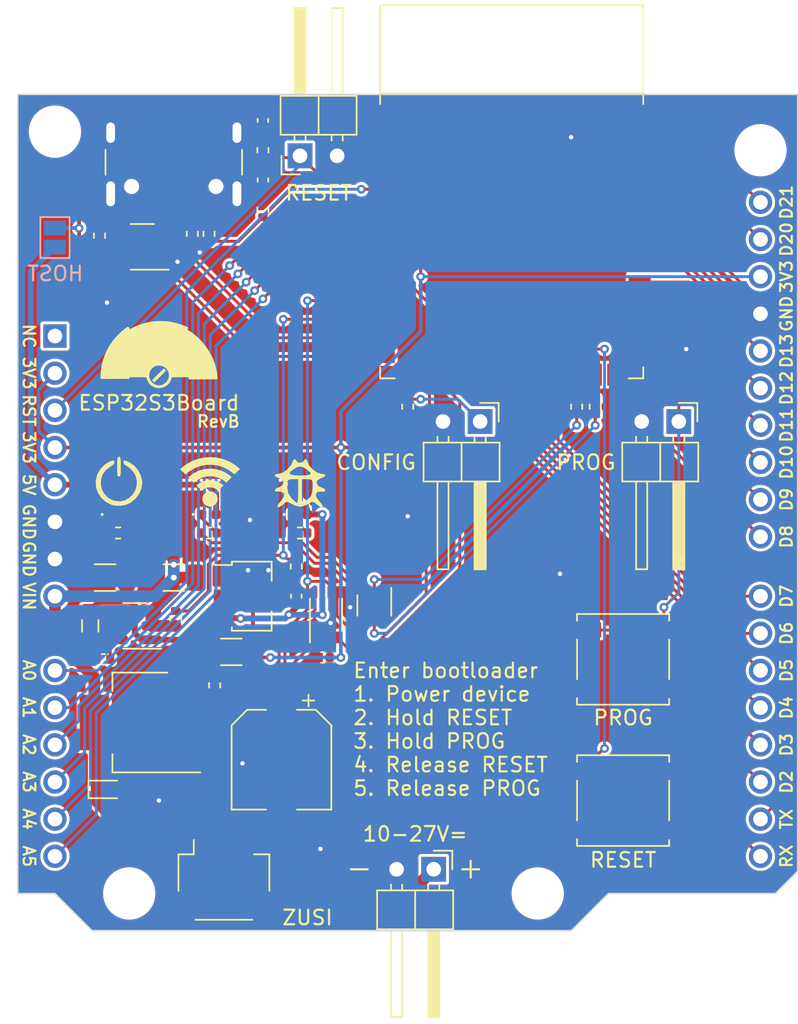
<source format=kicad_pcb>
(kicad_pcb (version 20240108) (generator "pcbnew") (generator_version "8.0")
  (title_block (title "OpenRemise ESP32S3Board") (rev "A"))
  (layers (0 "F.Cu" signal) (31 "B.Cu" signal) (34 "B.Paste" user) (35 "F.Paste" user) (36 "B.SilkS" user "B.Silkscreen") (37 "F.SilkS" user "F.Silkscreen") (38 "B.Mask" user) (39 "F.Mask" user) (44 "Edge.Cuts" user))
  (net 0 "")
  (net 1 "GND")
  (net 2 "+3V3")
  (net 3 "VIN")
  (net 4 "Net-(U2-SW)")
  (net 5 "D+")
  (net 6 "D-")
  (net 7 "Net-(U2-BST)")
  (net 8 "Net-(D2-K)")
  (net 10 "Net-(D1-TVS4)")
  (net 11 "VBUS_SEN")
  (net 12 "LED_GREEN")
  (net 13 "VIN_SEN")
  (net 14 "LED_BLUE")
  (net 15 "Net-(D5-K)")
  (net 16 "EN")
  (net 17 "Net-(D4-K)")
  (net 18 "JTAG_SEL")
  (net 19 "BOOT")
  (net 20 "U0RX")
  (net 21 "U0TX")
  (net 22 "ZUSI_EN")
  (net 23 "Net-(J2-CC1)")
  (net 24 "Net-(J2-CC2)")
  (net 25 "Net-(Q1A-B1)")
  (net 26 "D11")
  (net 27 "D20")
  (net 28 "D21")
  (net 29 "A0")
  (net 30 "A1")
  (net 31 "A2")
  (net 32 "A3")
  (net 33 "+5V")
  (net 35 "A4")
  (net 36 "A5")
  (net 37 "D2")
  (net 38 "D3")
  (net 39 "D4")
  (net 40 "D5")
  (net 41 "D6")
  (net 42 "D7")
  (net 43 "D8")
  (net 44 "D9")
  (net 45 "D10")
  (net 46 "D12")
  (net 47 "D13")
  (net 48 "Net-(Q1B-C2)")
  (net 49 "Net-(Q1B-B2)")
  (net 50 "Net-(Q1A-C1)")
  (net 54 "ZUSI_DATA")
  (net 55 "ZUSI_CLK")
  (net 56 "Net-(J7-Pin_2)")
  (net 57 "Net-(J7-Pin_3)")
  (net 58 "Net-(J7-Pin_4)")
  (footprint "Capacitor_SMD:C_0402_1005Metric" (layer "F.Cu") (at 94.234 40.386 -90)
    (property "Reference" "C2" (hide yes))
    (property "Value" "100n")
  )
  (footprint "Resistor_SMD:R_0402_1005Metric" (layer "F.Cu") (at 96.774 64.516 180)
    (property "Reference" "R14" (hide yes))
    (property "Value" "422")
  )
  (footprint "Connector_PinHeader_2.54mm:PinHeader_1x02_P2.54mm_Horizontal" (layer "F.Cu") (at 96.774 38.735 90)
    (property "Reference" "J4" (hide yes))
    (property "Value" "PROG")
  )
  (footprint "Diode_SMD:D_0402_1005Metric" (layer "F.Cu") (at 96.774 63.246)
    (property "Reference" "D5" (hide yes))
    (property "Value" "blue")
  )
  (footprint "Connector_PinHeader_2.54mm:PinHeader_1x02_P2.54mm_Horizontal" (layer "F.Cu") (at 105.918 87.503 -90)
    (property "Reference" "J3" (hide yes))
    (property "Value" "Power")
  )
  (footprint "Resistor_SMD:R_0402_1005Metric" (layer "F.Cu") (at 90.551 44.069 -90)
    (property "Reference" "R3" (hide yes))
    (property "Value" "10k")
  )
  (footprint "Capacitor_SMD:C_1206_3216Metric" (layer "F.Cu") (at 92.075 72.644 180)
    (property "Reference" "C9" (hide yes))
    (property "Value" "47u")
  )
  (footprint "Capacitor_SMD:C_0402_1005Metric" (layer "F.Cu") (at 83.312 73.152)
    (property "Reference" "C7" (hide yes))
    (property "Value" "100n")
  )
  (footprint "Resistor_SMD:R_0402_1005Metric" (layer "F.Cu") (at 89.408 44.069 -90)
    (property "Reference" "R2" (hide yes))
    (property "Value" "5k1")
  )
  (footprint "Connector_USB:USB_C_Receptacle_GCT_USB4105-xx-A_16P_TopMnt_Horizontal" (layer "F.Cu") (at 88.138 38.227 180)
    (property "Reference" "J2" (hide yes))
    (property "Value" "USB_C_Receptacle_USB2.0_14P")
  )
  (footprint "Package_TO_SOT_SMD:SOT-23-6" (layer "F.Cu") (at 85.979 44.958 180)
    (property "Reference" "D1" (hide yes))
    (property "Value" "ESDA6V1BC6")
  )
  (footprint "Capacitor_SMD:C_0402_1005Metric" (layer "F.Cu") (at 94.234 36.322 90)
    (property "Reference" "C1" (hide yes))
    (property "Value" "100n")
  )
  (footprint "Button_Switch_SMD:SW_SPST_EVPBF" (layer "F.Cu") (at 118.872 82.804)
    (property "Reference" "SW1" (hide yes))
    (property "Value" "RESET")
  )
  (footprint "Connector_PinHeader_2.54mm:PinHeader_1x02_P2.54mm_Horizontal" (layer "F.Cu") (at 109.093 56.896 -90)
    (property "Reference" "J6" (hide yes))
    (property "Value" "CONFIG")
  )
  (footprint "Resistor_SMD:R_0402_1005Metric" (layer "F.Cu") (at 90.551 64.516 180)
    (property "Reference" "R12" (hide yes))
    (property "Value" "562")
  )
  (footprint "Diode_SMD:D_SOD-523" (layer "F.Cu") (at 83.566 82.042)
    (property "Reference" "D3" (hide yes))
    (property "Value" "CEZ30V,L3F")
  )
  (footprint "Capacitor_SMD:C_0402_1005Metric" (layer "F.Cu") (at 96.52 68.834 90)
    (property "Reference" "C6" (hide yes))
    (property "Value" "100n")
  )
  (footprint "OpenRemise:Power_Symbol" (layer "F.Cu") (at 84.328 60.96)
    (property "Reference" "G***" (hide yes))
    (property "Value" "LOGO" (hide yes))
  )
  (footprint "Resistor_SMD:R_0402_1005Metric" (layer "F.Cu") (at 90.932 74.93 90)
    (property "Reference" "R10" (hide yes))
    (property "Value" "10k")
  )
  (footprint "Connector_JST:JST_SH_SM04B-SRSS-TB_1x04-1MP_P1.00mm_Horizontal" (layer "F.Cu") (at 91.567 88.265)
    (property "Reference" "J7" (hide yes))
    (property "Value" "ZUSI")
  )
  (footprint "Capacitor_SMD:CP_Elec_6.3x7.7" (layer "F.Cu") (at 95.504 80.01 -90)
    (property "Reference" "C3" (hide yes))
    (property "Value" "100u")
  )
  (footprint "Package_TO_SOT_SMD:SOT-223" (layer "F.Cu") (at 85.852 77.47 180)
    (property "Reference" "U4" (hide yes))
    (property "Value" "BTS4141N")
  )
  (footprint "Connector_PinHeader_2.54mm:PinHeader_1x02_P2.54mm_Horizontal" (layer "F.Cu") (at 122.682 56.896 -90)
    (property "Reference" "J5" (hide yes))
    (property "Value" "RESET")
  )
  (footprint "Package_SO:VSSOP-8_2.3x2mm_P0.5mm" (layer "F.Cu") (at 98.552 70.104 90)
    (property "Reference" "U3" (hide yes))
    (property "Value" "TXS0102DCU")
  )
  (footprint "Capacitor_SMD:C_0402_1005Metric" (layer "F.Cu") (at 98.326 73.025 180)
    (property "Reference" "C5" (hide yes))
    (property "Value" "100n")
  )
  (footprint "Resistor_SMD:R_0402_1005Metric" (layer "F.Cu") (at 83.058 44.196 -90)
    (property "Reference" "R1" (hide yes))
    (property "Value" "5k1")
  )
  (footprint "Package_TO_SOT_SMD:SOT-89-3" (layer "F.Cu") (at 93.472 68.834)
    (property "Reference" "U5" (hide yes))
    (property "Value" "AZ1117-3.3")
  )
  (footprint "Resistor_SMD:R_0402_1005Metric" (layer "F.Cu") (at 96.52 66.802 -90)
    (property "Reference" "R6" (hide yes))
    (property "Value" "470")
  )
  (footprint "Resistor_SMD:R_0402_1005Metric" (layer "F.Cu") (at 116.967 55.88 -90)
    (property "Reference" "R13" (hide yes))
    (property "Value" "3k3")
  )
  (footprint "Button_Switch_SMD:SW_SPST_EVPBF" (layer "F.Cu") (at 118.872 73.152)
    (property "Reference" "SW2" (hide yes))
    (property "Value" "PROG")
  )
  (footprint "Diode_SMD:D_0402_1005Metric" (layer "F.Cu") (at 84.328 63.246)
    (property "Reference" "D2" (hide yes))
    (property "Value" "red")
  )
  (footprint "OpenRemise:WiFi_Symbol" (layer "F.Cu") (at 90.678 60.96)
    (property "Reference" "G***" (hide yes))
    (property "Value" "LOGO" (hide yes))
  )
  (footprint "OpenRemise:Logo_Symbol" (layer "F.Cu") (at 87.122 52.324)
    (property "Reference" "G***" (hide yes))
    (property "Value" "LOGO" (hide yes))
  )
  (footprint "Package_TO_SOT_SMD:TSOT-23-6" (layer "F.Cu") (at 85.471 70.866 180)
    (property "Reference" "U2" (hide yes))
    (property "Value" "AP63205WU")
  )
  (footprint "Resistor_SMD:R_0402_1005Metric" (layer "F.Cu") (at 94.234 42.418 90)
    (property "Reference" "R4" (hide yes))
    (property "Value" "14k3")
  )
  (footprint "Package_TO_SOT_SMD:SOT-363_SC-70-6" (layer "F.Cu") (at 101.854 69.469 -90)
    (property "Reference" "Q1" (hide yes))
    (property "Value" "BC847BDW1")
  )
  (footprint "Capacitor_SMD:C_1206_3216Metric" (layer "F.Cu") (at 83.439 67.564 180)
    (property "Reference" "C8" (hide yes))
    (property "Value" "47u")
  )
  (footprint "Diode_SMD:D_0402_1005Metric" (layer "F.Cu") (at 90.551 63.246)
    (property "Reference" "D4" (hide yes))
    (property "Value" "green")
  )
  (footprint "Resistor_SMD:R_0402_1005Metric" (layer "F.Cu") (at 84.328 64.516 180)
    (property "Reference" "R9" (hide yes))
    (property "Value" "3k3")
  )
  (footprint "Resistor_SMD:R_0402_1005Metric" (layer "F.Cu") (at 94.234 38.354 -90)
    (property "Reference" "R8" (hide yes))
    (property "Value" "10k")
  )
  (footprint "Resistor_SMD:R_0402_1005Metric" (layer "F.Cu") (at 104.14 55.88 90)
    (property "Reference" "R7" (hide yes))
    (property "Value" "10k")
  )
  (footprint "Espressif:ESP32-S3-WROOM-2" (layer "F.Cu") (at 111.252 44.196)
    (property "Reference" "U1" (hide yes))
    (property "Value" "ESP32-S3-WROOM-2")
  )
  (footprint "Resistor_SMD:R_0402_1005Metric" (layer "F.Cu") (at 115.697 55.88 -90)
    (property "Reference" "R11" (hide yes))
    (property "Value" "3k3")
  )
  (footprint "OpenRemise:Debug_Symbol" (layer "F.Cu") (at 96.774 61.214)
    (property "Reference" "G***" (hide yes))
    (property "Value" "LOGO" (hide yes))
  )
  (footprint "Resistor_SMD:R_0402_1005Metric" (layer "F.Cu") (at 88.265 70.358 90)
    (property "Reference" "R5" (hide yes))
    (property "Value" "14k3")
  )
  (footprint "Inductor_SMD:L_0805_2012Metric" (layer "F.Cu") (at 82.423 70.866 90)
    (property "Reference" "L1" (hide yes))
    (property "Value" "4u7")
  )
  (footprint "Capacitor_SMD:C_1206_3216Metric" (layer "F.Cu") (at 88.138 67.564 180)
    (property "Reference" "C4" (hide yes))
    (property "Value" "4u7")
  )
  (footprint "Jumper:SolderJumper-2_P1.3mm_Open_Pad1.0x1.5mm" (layer "B.Cu") (at 80.01 44.323 -90)
    (property "Reference" "JP1" (hide yes))
    (property "Value" "SolderJumper_2_Open")
  )
  (footprint "OpenRemise:Arduino_UNO_R3_WithMountingHoles" (layer "B.Cu") (at 80.01 51.054 -90)
    (property "Reference" "J1" (hide yes))
    (property "Value" "Arduino_UNO_R3")
    (fp_line (start -16.51 2.54) (end 38.1 2.54) (stroke (width 0.1)) (layer "Edge.Cuts"))
    (fp_line (start -16.51 2.54) (end -16.51 -50.8) (stroke (width 0.1)) (layer "Edge.Cuts"))
    (fp_line (start 38.1 2.54) (end 38.1 0) (stroke (width 0.1)) (layer "Edge.Cuts"))
    (fp_line (start 38.1 0) (end 40.64 -2.54) (stroke (width 0.1)) (layer "Edge.Cuts"))
    (fp_line (start 40.64 -2.54) (end 40.64 -35.31) (stroke (width 0.1)) (layer "Edge.Cuts"))
    (fp_line (start 40.64 -35.31) (end 38.1 -37.85) (stroke (width 0.1)) (layer "Edge.Cuts"))
    (fp_line (start 38.1 -37.85) (end 38.1 -49.28) (stroke (width 0.1)) (layer "Edge.Cuts"))
    (fp_line (start 38.1 -49.28) (end 36.58 -50.8) (stroke (width 0.1)) (layer "Edge.Cuts"))
    (fp_line (start 36.58 -50.8) (end -16.51 -50.8) (stroke (width 0.1)) (layer "Edge.Cuts"))
  )
  (gr_text "HOST" (at 82.042 47.371 0) (layer "B.SilkS") (effects (font (size 1 1)) (justify left bottom mirror)))
  (gr_text "D6" (at 130.048 71.374 90) (layer "F.SilkS") (effects (font (size 0.8 0.8) (thickness 0.15) (bold yes))))
  (gr_text "10-27V=" (at 104.648 85.09 0) (layer "F.SilkS") (effects (font (size 1 1))))
  (gr_text "D12" (at 130.048 54.61 90) (layer "F.SilkS") (effects (font (size 0.8 0.8) (thickness 0.15) (bold yes))))
  (gr_text "GND" (at 78.232 66.294 270) (layer "F.SilkS") (effects (font (size 0.8 0.8))))
  (gr_text "RESET" (at 118.872 86.868 0) (layer "F.SilkS") (effects (font (size 1 1))))
  (gr_text "VIN" (at 78.232 68.834 270) (layer "F.SilkS") (effects (font (size 0.8 0.8))))
  (gr_text "Enter bootloader\n1. Power device\n2. Hold RESET\n3. Hold PROG\n4. Release RESET\n5. Release PROG" (at 100.33 82.55 0) (layer "F.SilkS") (effects (font (size 1 1)) (justify left bottom)))
  (gr_text "GND" (at 78.232 63.754 270) (layer "F.SilkS") (effects (font (size 0.8 0.8))))
  (gr_text "D10" (at 130.048 59.680906 90) (layer "F.SilkS") (effects (font (size 0.8 0.8) (thickness 0.15) (bold yes))))
  (gr_text "D8" (at 130.048 64.77 90) (layer "F.SilkS") (effects (font (size 0.8 0.8) (thickness 0.15) (bold yes))))
  (gr_text "PROG" (at 118.872 77.724 0) (layer "F.SilkS") (effects (font (size 1 1)) (justify bottom)))
  (gr_text "TX" (at 130.048 84.074 90) (layer "F.SilkS") (effects (font (size 0.8 0.8) (thickness 0.15) (bold yes))))
  (gr_text "+" (at 109.474 88.265 0) (layer "F.SilkS") (effects (font (size 1.5 1.5)) (justify left bottom mirror)))
  (gr_text "A0" (at 78.232 73.914 270) (layer "F.SilkS") (effects (font (size 0.8 0.8))))
  (gr_text "ESP32S3Board" (at 87.122 55.626 0) (layer "F.SilkS") (effects (font (size 1 1))))
  (gr_text "A3" (at 78.232 81.534 270) (layer "F.SilkS") (effects (font (size 0.8 0.8))))
  (gr_text "D11" (at 130.048 57.15 90) (layer "F.SilkS") (effects (font (size 0.8 0.8) (thickness 0.15) (bold yes))))
  (gr_text "A1" (at 78.232 76.454 270) (layer "F.SilkS") (effects (font (size 0.8 0.8))))
  (gr_text "3V3" (at 78.232 53.594 270) (layer "F.SilkS") (effects (font (size 0.8 0.8))))
  (gr_text "D13" (at 130.048 52.07 90) (layer "F.SilkS") (effects (font (size 0.8 0.8) (thickness 0.15) (bold yes))))
  (gr_text "A5" (at 78.232 86.614 270) (layer "F.SilkS") (effects (font (size 0.8 0.8) (thickness 0.15) (bold yes))))
  (gr_text "D9" (at 130.048 62.23 90) (layer "F.SilkS") (effects (font (size 0.8 0.8) (thickness 0.15) (bold yes))))
  (gr_text "D5" (at 130.048 73.914 90) (layer "F.SilkS") (effects (font (size 0.8 0.8) (thickness 0.15) (bold yes))))
  (gr_text "D21" (at 130.048 41.91 90) (layer "F.SilkS") (effects (font (size 0.8 0.8) (thickness 0.15) (bold yes))))
  (gr_text "D3" (at 130.048 78.994 90) (layer "F.SilkS") (effects (font (size 0.8 0.8) (thickness 0.15) (bold yes))))
  (gr_text "RESET" (at 98.044 41.275 0) (layer "F.SilkS") (effects (font (size 1 1))))
  (gr_text "D2" (at 130.048 81.534 90) (layer "F.SilkS") (effects (font (size 0.8 0.8) (thickness 0.15) (bold yes))))
  (gr_text "-" (at 101.854 88.265 0) (layer "F.SilkS") (effects (font (size 1.5 1.5)) (justify left bottom mirror)))
  (gr_text "RST" (at 78.232 56.134 270) (layer "F.SilkS") (effects (font (size 0.8 0.8))))
  (gr_text "3V3" (at 78.232 58.674 270) (layer "F.SilkS") (effects (font (size 0.8 0.8))))
  (gr_text "D7" (at 130.048 68.834 90) (layer "F.SilkS") (effects (font (size 0.8 0.8) (thickness 0.15) (bold yes))))
  (gr_text "3V3" (at 130.048 46.99 90) (layer "F.SilkS") (effects (font (size 0.8 0.8) (thickness 0.15) (bold yes))))
  (gr_text "CONFIG" (at 101.981 59.69 0) (layer "F.SilkS") (effects (font (size 1 1))))
  (gr_text "NC" (at 78.232 51.054 270) (layer "F.SilkS") (effects (font (size 0.8 0.8))))
  (gr_text "ZUSI" (at 97.282 90.805 0) (layer "F.SilkS") (effects (font (size 1 1))))
  (gr_text "GND" (at 130.048 49.53 90) (layer "F.SilkS") (effects (font (size 0.8 0.8) (thickness 0.15) (bold yes))))
  (gr_text "PROG" (at 116.332 59.69 0) (layer "F.SilkS") (effects (font (size 1 1))))
  (gr_text "A4" (at 78.232 84.074 270) (layer "F.SilkS") (effects (font (size 0.8 0.8))))
  (gr_text "RevB" (at 91.186 56.896 0) (layer "F.SilkS") (effects (font (size 0.8 0.8))))
  (gr_text "A2" (at 78.232 78.994 270) (layer "F.SilkS") (effects (font (size 0.8 0.8))))
  (gr_text "D4" (at 130.048 76.454 90) (layer "F.SilkS") (effects (font (size 0.8 0.8) (thickness 0.15) (bold yes))))
  (gr_text "5V" (at 78.232 61.214 270) (layer "F.SilkS") (effects (font (size 0.8 0.8))))
  (gr_text "D20" (at 130.048 44.45 90) (layer "F.SilkS") (effects (font (size 0.8 0.8) (thickness 0.15) (bold yes))))
  (gr_text "RX" (at 130.048 86.614 90) (layer "F.SilkS") (effects (font (size 0.8 0.8) (thickness 0.15) (bold yes))))
  (segment (start 84.3335 69.916) (end 83.650186 69.916) (width 0.2) (layer "F.Cu") (net 1))
  (segment (start 81.153 68.375) (end 81.964 67.564) (width 0.2) (layer "F.Cu") (net 1))
  (segment (start 98.302 70.997) (end 98.628396 70.670604) (width 0.2) (layer "F.Cu") (net 1))
  (segment (start 83.650186 69.916) (end 82.954186 70.612) (width 0.2) (layer "F.Cu") (net 1))
  (segment (start 83.058 44.706) (end 83.058 44.624924) (width 0.2) (layer "F.Cu") (net 1))
  (segment (start 81.891814 70.612) (end 81.153 69.873186) (width 0.2) (layer "F.Cu") (net 1))
  (segment (start 89.408 44.579) (end 89.408 44.831) (width 0.2) (layer "F.Cu") (net 1))
  (segment (start 83.058 44.624924) (end 82.438 44.004924) (width 0.2) (layer "F.Cu") (net 1))
  (segment (start 91.883 41.907) (end 92.458 41.332) (width 0.2) (layer "F.Cu") (net 1))
  (segment (start 82.954186 70.612) (end 81.891814 70.612) (width 0.2) (layer "F.Cu") (net 1))
  (segment (start 88.000775 44.958) (end 88.392 45.349225) (width 0.2) (layer "F.Cu") (net 1))
  (segment (start 84.393 41.907) (end 83.818 41.332) (width 0.2) (layer "F.Cu") (net 1))
  (segment (start 91.338 41.907) (end 91.883 41.907) (width 0.2) (layer "F.Cu") (net 1))
  (segment (start 84.938 41.907) (end 84.393 41.907) (width 0.2) (layer "F.Cu") (net 1))
  (segment (start 82.438 44.004924) (end 82.438 42.712) (width 0.2) (layer "F.Cu") (net 1))
  (segment (start 81.153 69.873186) (end 81.153 68.375) (width 0.2) (layer "F.Cu") (net 1))
  (segment (start 99.827 38.476) (end 99.314 38.989) (width 0.2) (layer "F.Cu") (net 1))
  (segment (start 88.392 45.349225) (end 88.392 45.974) (width 0.2) (layer "F.Cu") (net 1))
  (segment (start 98.628396 70.670604) (end 98.864565 70.670604) (width 0.2) (layer "F.Cu") (net 1))
  (segment (start 82.438 42.712) (end 83.818 41.332) (width 0.2) (layer "F.Cu") (net 1))
  (segment (start 89.408 44.831) (end 89.916 45.339) (width 0.2) (layer "F.Cu") (net 1))
  (segment (start 98.302 71.654) (end 98.302 70.997) (width 0.2) (layer "F.Cu") (net 1))
  (segment (start 87.1165 44.958) (end 88.000775 44.958) (width 0.2) (layer "F.Cu") (net 1))
  (via (at 93.218 67.056) (size 0.6) (drill 0.3) (layers "F.Cu" "B.Cu") (net 1))
  (via (at 88.392 45.974) (size 0.6) (drill 0.3) (layers "F.Cu" "B.Cu") (net 1))
  (via (at 104.14 63.373) (size 0.6) (drill 0.3) (layers "F.Cu" "B.Cu") (net 1))
  (via (at 123.19 51.943) (size 0.6) (drill 0.3) (layers "F.Cu" "B.Cu") (net 1))
  (via (at 114.554 67.31) (size 0.6) (drill 0.3) (layers "F.Cu" "B.Cu") (net 1))
  (via (at 93.345 63.627) (size 0.6) (drill 0.3) (layers "F.Cu" "B.Cu") (net 1))
  (via (at 98.864565 70.670604) (size 0.6) (drill 0.3) (layers "F.Cu" "B.Cu") (net 1))
  (via (at 98.171 86.106) (size 0.6) (drill 0.3) (layers "F.Cu" "B.Cu") (net 1))
  (via (at 94.615 67.056) (size 0.6) (drill 0.3) (layers "F.Cu" "B.Cu") (net 1))
  (via (at 92.837 80.264) (size 0.6) (drill 0.3) (layers "F.Cu" "B.Cu") (net 1))
  (via (at 83.566 48.768) (size 0.6) (drill 0.3) (layers "F.Cu" "B.Cu") (net 1))
  (via (at 100.203 69.596) (size 0.6) (drill 0.3) (layers "F.Cu" "B.Cu") (net 1))
  (via (at 89.916 45.339) (size 0.6) (drill 0.3) (layers "F.Cu" "B.Cu") (net 1))
  (via (at 115.316 37.465) (size 0.6) (drill 0.3) (layers "F.Cu" "B.Cu") (net 1))
  (via (at 87.122 82.804) (size 0.6) (drill 0.3) (layers "F.Cu" "B.Cu") (net 1))
  (segment (start 102.497 37.211) (end 102.502 37.206) (width 0.25) (layer "F.Cu") (net 2))
  (segment (start 101.856 58.674) (end 104.14 56.39) (width 0.25) (layer "F.Cu") (net 2))
  (segment (start 102.502 37.206) (end 94.638 37.206) (width 0.25) (layer "F.Cu") (net 2))
  (segment (start 105.029 38.783) (end 105.029 46.99) (width 0.2) (layer "F.Cu") (net 2))
  (segment (start 94.638 37.206) (end 94.234 36.802) (width 0.25) (layer "F.Cu") (net 2))
  (segment (start 94.742 73.025) (end 93.931 73.025) (width 0.25) (layer "F.Cu") (net 2))
  (segment (start 93.931 73.025) (end 93.55 72.644) (width 0.25) (layer "F.Cu") (net 2))
  (segment (start 98.802 71.654) (end 98.802 73.021) (width 0.25) (layer "F.Cu") (net 2))
  (segment (start 98.802 73.021) (end 98.806 73.025) (width 0.25) (layer "F.Cu") (net 2))
  (segment (start 94.234 37.844) (end 94.234 36.802) (width 0.25) (layer "F.Cu") (net 2))
  (segment (start 91.6095 68.834) (end 93.599 68.834) (width 0.25) (layer "F.Cu") (net 2))
  (segment (start 93.55 68.883) (end 93.55 72.644) (width 0.25) (layer "F.Cu") (net 2))
  (segment (start 80.01 58.674) (end 99.568 58.674) (width 0.25) (layer "F.Cu") (net 2))
  (segment (start 99.568 58.674) (end 101.856 58.674) (width 0.25) (layer "F.Cu") (net 2))
  (segment (start 102.502 37.206) (end 103.452 37.206) (width 0.2) (layer "F.Cu") (net 2))
  (segment (start 98.806 73.025) (end 99.568 73.025) (width 0.25) (layer "F.Cu") (net 2))
  (segment (start 103.452 37.206) (end 105.029 38.783) (width 0.2) (layer "F.Cu") (net 2))
  (segment (start 93.599 68.834) (end 93.55 68.883) (width 0.25) (layer "F.Cu") (net 2))
  (via (at 94.742 73.025) (size 0.6) (drill 0.3) (layers "F.Cu" "B.Cu") (net 2))
  (via (at 105.029 46.99) (size 0.6) (drill 0.3) (layers "F.Cu" "B.Cu") (net 2))
  (via (at 99.568 58.674) (size 0.6) (drill 0.3) (layers "F.Cu" "B.Cu") (net 2))
  (via (at 99.568 73.025) (size 0.6) (drill 0.3) (layers "F.Cu" "B.Cu") (net 2))
  (segment (start 99.568 56.197) (end 99.568 58.674) (width 0.25) (layer "B.Cu") (net 2))
  (segment (start 99.568 73.025) (end 99.568 58.674) (width 0.25) (layer "B.Cu") (net 2))
  (segment (start 105.029 50.736) (end 99.568 56.197) (width 0.25) (layer "B.Cu") (net 2))
  (segment (start 128.27 46.994) (end 105.033 46.994) (width 0.2) (layer "B.Cu") (net 2))
  (segment (start 80.01 53.594) (end 78.885 54.719) (width 0.25) (layer "B.Cu") (net 2))
  (segment (start 99.568 73.025) (end 94.742 73.025) (width 0.25) (layer "B.Cu") (net 2))
  (segment (start 78.885 57.549) (end 80.01 58.674) (width 0.25) (layer "B.Cu") (net 2))
  (segment (start 105.033 46.994) (end 105.029 46.99) (width 0.2) (layer "B.Cu") (net 2))
  (segment (start 105.029 50.736) (end 105.029 46.99) (width 0.25) (layer "B.Cu") (net 2))
  (segment (start 78.885 54.719) (end 78.885 57.549) (width 0.25) (layer "B.Cu") (net 2))
  (segment (start 88.64 88.64) (end 82.866 82.866) (width 0.8) (layer "F.Cu") (net 3))
  (segment (start 94.104 87.754) (end 93.218 88.64) (width 0.8) (layer "F.Cu") (net 3))
  (segment (start 85.107999 63.246) (end 88.138 66.276001) (width 0.8) (layer "F.Cu") (net 3))
  (segment (start 93.218 88.64) (end 88.64 88.64) (width 0.8) (layer "F.Cu") (net 3))
  (segment (start 86.6085 70.866) (end 88.263 70.866) (width 0.8) (layer "F.Cu") (net 3))
  (segment (start 82.702 74.382398) (end 80.01 71.690398) (width 0.8) (layer "F.Cu") (net 3))
  (segment (start 95.38901 88.953) (end 95.07601 88.64) (width 0.8) (layer "F.Cu") (net 3))
  (segment (start 86.6085 70.866) (end 86.6085 69.916) (width 0.8) (layer "F.Cu") (net 3))
  (segment (start 104.468 88.953) (end 95.38901 88.953) (width 0.8) (layer "F.Cu") (net 3))
  (segment (start 88.138 68.3865) (end 88.138 67.564) (width 0.8) (layer "F.Cu") (net 3))
  (segment (start 82.702 77.47) (end 82.702 74.382398) (width 0.8) (layer "F.Cu") (net 3))
  (segment (start 82.866 82.866) (end 82.866 82.042) (width 0.8) (layer "F.Cu") (net 3))
  (segment (start 88.263 70.866) (end 88.265 70.868) (width 0.8) (layer "F.Cu") (net 3))
  (segment (start 88.138 67.564) (end 89.613 67.564) (width 0.8) (layer "F.Cu") (net 3))
  (segment (start 95.07601 88.64) (end 93.218 88.64) (width 0.8) (layer "F.Cu") (net 3))
  (segment (start 95.504 77.31) (end 94.104 78.71) (width 0.8) (layer "F.Cu") (net 3))
  (segment (start 94.104 78.71) (end 94.104 87.754) (width 0.8) (layer "F.Cu") (net 3))
  (segment (start 82.866 77.634) (end 82.702 77.47) (width 0.8) (layer "F.Cu") (net 3))
  (segment (start 82.866 82.042) (end 82.866 77.634) (width 0.8) (layer "F.Cu") (net 3))
  (segment (start 84.813 63.246) (end 85.107999 63.246) (width 0.8) (layer "F.Cu") (net 3))
  (segment (start 105.918 87.503) (end 104.468 88.953) (width 0.8) (layer "F.Cu") (net 3))
  (segment (start 86.6085 69.916) (end 88.138 68.3865) (width 0.8) (layer "F.Cu") (net 3))
  (segment (start 88.138 66.276001) (end 88.138 67.564) (width 0.8) (layer "F.Cu") (net 3))
  (segment (start 80.01 71.690398) (end 80.01 68.834) (width 0.8) (layer "F.Cu") (net 3))
  (via (at 88.138 66.675) (size 0.8) (drill 0.4) (layers "F.Cu" "B.Cu") (net 3))
  (via (at 88.138 67.564) (size 0.8) (drill 0.4) (layers "F.Cu" "B.Cu") (net 3))
  (segment (start 88.138 67.564) (end 88.138 66.675) (width 0.8) (layer "B.Cu") (net 3))
  (segment (start 86.868 68.834) (end 88.138 67.564) (width 0.8) (layer "B.Cu") (net 3))
  (segment (start 80.01 68.834) (end 86.868 68.834) (width 0.8) (layer "B.Cu") (net 3))
  (segment (start 82.832 72.3375) (end 82.423 71.9285) (width 0.2) (layer "F.Cu") (net 4))
  (segment (start 82.423 71.9285) (end 83.4855 70.866) (width 0.2) (layer "F.Cu") (net 4))
  (segment (start 83.4855 70.866) (end 84.3335 70.866) (width 0.2) (layer "F.Cu") (net 4))
  (segment (start 82.832 73.152) (end 82.832 72.3375) (width 0.2) (layer "F.Cu") (net 4))
  (segment (start 86.106 43.688) (end 87.012 42.782) (width 0.2) (layer "F.Cu") (net 5))
  (segment (start 88.388 42.51441) (end 88.388 41.907) (width 0.2) (layer "F.Cu") (net 5))
  (segment (start 87.388 41.907) (end 87.388 42.51441) (width 0.2) (layer "F.Cu") (net 5))
  (segment (start 102.502 52.446) (end 93.6545 52.446) (width 0.2) (layer "F.Cu") (net 5))
  (segment (start 86.454001 45.908) (end 86.106 45.559999) (width 0.2) (layer "F.Cu") (net 5))
  (segment (start 86.106 45.559999) (end 86.106 43.688) (width 0.2) (layer "F.Cu") (net 5))
  (segment (start 87.012 42.782) (end 87.65559 42.782) (width 0.2) (layer "F.Cu") (net 5))
  (segment (start 93.6545 52.446) (end 87.1165 45.908) (width 0.2) (layer "F.Cu") (net 5))
  (segment (start 88.12041 42.782) (end 88.388 42.51441) (width 0.2) (layer "F.Cu") (net 5))
  (segment (start 87.65559 42.782) (end 88.12041 42.782) (width 0.2) (layer "F.Cu") (net 5))
  (segment (start 87.388 42.51441) (end 87.65559 42.782) (width 0.2) (layer "F.Cu") (net 5))
  (segment (start 87.1165 45.908) (end 86.454001 45.908) (width 0.2) (layer "F.Cu") (net 5))
  (segment (start 88.473 44.008) (end 88.788 44.323) (width 0.2) (layer "F.Cu") (net 6))
  (segment (start 88.788 43.240076) (end 88.788 44.323) (width 0.2) (layer "F.Cu") (net 6))
  (segment (start 87.1165 44.008) (end 88.473 44.008) (width 0.2) (layer "F.Cu") (net 6))
  (segment (start 88.888 41.29959) (end 88.888 41.907) (width 0.2) (layer "F.Cu") (net 6))
  (segment (start 88.15559 41.032) (end 88.62041 41.032) (width 0.2) (layer "F.Cu") (net 6))
  (segment (start 87.888 41.29959) (end 88.15559 41.032) (width 0.2) (layer "F.Cu") (net 6))
  (segment (start 88.788 44.323) (end 88.788 45.059529) (width 0.2) (layer "F.Cu") (net 6))
  (segment (start 87.888 41.907) (end 87.888 41.29959) (width 0.2) (layer "F.Cu") (net 6))
  (segment (start 88.888 41.907) (end 88.888 43.140076) (width 0.2) (layer "F.Cu") (net 6))
  (segment (start 88.62041 41.032) (end 88.888 41.29959) (width 0.2) (layer "F.Cu") (net 6))
  (segment (start 88.788 45.059529) (end 94.904471 51.176) (width 0.2) (layer "F.Cu") (net 6))
  (segment (start 88.888 43.140076) (end 88.788 43.240076) (width 0.2) (layer "F.Cu") (net 6))
  (segment (start 94.904471 51.176) (end 102.502 51.176) (width 0.2) (layer "F.Cu") (net 6))
  (segment (start 83.792 73.152) (end 83.792 72.3575) (width 0.2) (layer "F.Cu") (net 7))
  (segment (start 83.792 72.3575) (end 84.3335 71.816) (width 0.2) (layer "F.Cu") (net 7))
  (segment (start 83.843 63.521) (end 84.838 64.516) (width 0.2) (layer "F.Cu") (net 8))
  (segment (start 83.843 63.246) (end 83.843 63.521) (width 0.2) (layer "F.Cu") (net 8))
  (segment (start 90.538 41.907) (end 90.538 41.332001) (width 0.25) (layer "F.Cu") (net 10))
  (segment (start 89.083999 39.878) (end 85.598 39.878) (width 0.25) (layer "F.Cu") (net 10))
  (segment (start 81.661 43.688) (end 81.661 41.772274) (width 0.25) (layer "F.Cu") (net 10))
  (segment (start 85.229908 45.908) (end 84.8415 45.908) (width 0.25) (layer "F.Cu") (net 10))
  (segment (start 81.661 43.688) (end 81.661 44.831) (width 0.25) (layer "F.Cu") (net 10))
  (segment (start 84.8415 45.908) (end 82.738 45.908) (width 0.25) (layer "F.Cu") (net 10))
  (segment (start 83.555274 39.878) (end 85.598 39.878) (width 0.25) (layer "F.Cu") (net 10))
  (segment (start 85.738 41.331949) (end 85.948 41.121949) (width 0.25) (layer "F.Cu") (net 10))
  (segment (start 90.538 41.907) (end 90.538 43.546) (width 0.25) (layer "F.Cu") (net 10))
  (segment (start 81.661 41.772274) (end 83.555274 39.878) (width 0.25) (layer "F.Cu") (net 10))
  (segment (start 85.738 41.907) (end 85.738 41.331949) (width 0.25) (layer "F.Cu") (net 10))
  (segment (start 82.738 45.908) (end 81.661 44.831) (width 0.25) (layer "F.Cu") (net 10))
  (segment (start 85.948 40.228) (end 85.598 39.878) (width 0.25) (layer "F.Cu") (net 10))
  (segment (start 85.948 41.121949) (end 85.948 40.228) (width 0.25) (layer "F.Cu") (net 10))
  (segment (start 90.538 41.332001) (end 89.083999 39.878) (width 0.25) (layer "F.Cu") (net 10))
  (segment (start 90.534 43.542) (end 90.551 43.559) (width 0.25) (layer "F.Cu") (net 10))
  (segment (start 90.538 43.546) (end 90.551 43.559) (width 0.25) (layer "F.Cu") (net 10))
  (via (at 81.661 43.688) (size 0.6) (drill 0.3) (layers "F.Cu" "B.Cu") (net 10))
  (segment (start 81.646 43.673) (end 81.661 43.688) (width 0.25) (layer "B.Cu") (net 10))
  (segment (start 80.01 43.673) (end 81.646 43.673) (width 0.25) (layer "B.Cu") (net 10))
  (segment (start 101.478 39.746) (end 102.502 39.746) (width 0.2) (layer "F.Cu") (net 11))
  (segment (start 94.234 42.928) (end 96.741 40.421) (width 0.2) (layer "F.Cu") (net 11))
  (segment (start 100.803 40.421) (end 101.478 39.746) (width 0.2) (layer "F.Cu") (net 11))
  (segment (start 96.741 40.421) (end 100.803 40.421) (width 0.2) (layer "F.Cu") (net 11))
  (segment (start 90.551 44.579) (end 92.583 44.579) (width 0.2) (layer "F.Cu") (net 11))
  (segment (start 92.583 44.579) (end 94.234 42.928) (width 0.2) (layer "F.Cu") (net 11))
  (segment (start 115.697 53.696) (end 115.697 55.37) (width 0.2) (layer "F.Cu") (net 12))
  (segment (start 95.631 49.911) (end 95.636 49.906) (width 0.2) (layer "F.Cu") (net 13))
  (segment (start 95.636 49.906) (end 102.502 49.906) (width 0.2) (layer "F.Cu") (net 13))
  (segment (start 90.488 66.668) (end 91.116 66.04) (width 0.2) (layer "F.Cu") (net 13))
  (segment (start 96.52 66.292) (end 95.883 66.292) (width 0.2) (layer "F.Cu") (net 13))
  (segment (start 88.265 69.848) (end 89.154 69.848) (width 0.2) (layer "F.Cu") (net 13))
  (segment (start 90.488 68.514) (end 90.488 66.668) (width 0.2) (layer "F.Cu") (net 13))
  (segment (start 95.883 66.292) (end 95.631 66.04) (width 0.2) (layer "F.Cu") (net 13))
  (segment (start 89.154 69.848) (end 90.488 68.514) (width 0.2) (layer "F.Cu") (net 13))
  (segment (start 91.116 66.04) (end 95.631 66.04) (width 0.2) (layer "F.Cu") (net 13))
  (segment (start 102.497 49.911) (end 102.502 49.906) (width 0.2) (layer "F.Cu") (net 13))
  (via (at 95.631 49.911) (size 0.6) (drill 0.3) (layers "F.Cu" "B.Cu") (net 13))
  (via (at 95.631 66.04) (size 0.6) (drill 0.3) (layers "F.Cu" "B.Cu") (net 13))
  (segment (start 95.631 55.118) (end 95.631 49.911) (width 0.2) (layer "B.Cu") (net 13))
  (segment (start 95.631 66.04) (end 95.631 55.118) (width 0.2) (layer "B.Cu") (net 13))
  (segment (start 116.967 53.696) (end 116.967 55.37) (width 0.2) (layer "F.Cu") (net 14))
  (segment (start 96.289 63.246) (end 96.289 63.521) (width 0.2) (layer "F.Cu") (net 15))
  (segment (start 96.289 63.521) (end 97.284 64.516) (width 0.2) (layer "F.Cu") (net 15))
  (segment (start 117.548 79.248) (end 115.992 80.804) (width 0.2) (layer "F.Cu") (net 16))
  (segment (start 103.452 38.476) (end 104.429 39.453) (width 0.2) (layer "F.Cu") (net 16))
  (segment (start 94.234 38.864) (end 96.645 38.864) (width 0.2) (layer "F.Cu") (net 16))
  (segment (start 102.502 38.476) (end 103.452 38.476) (width 0.2) (layer "F.Cu") (net 16))
  (segment (start 108.712 51.943) (end 117.602 51.943) (width 0.2) (layer "F.Cu") (net 16))
  (segment (start 94.234 39.906) (end 94.234 38.864) (width 0.2) (layer "F.Cu") (net 16))
  (segment (start 101.478 38.476) (end 102.502 38.476) (width 0.2) (layer "F.Cu") (net 16))
  (segment (start 117.602 79.248) (end 117.548 79.248) (width 0.2) (layer "F.Cu") (net 16))
  (segment (start 115.992 80.804) (end 121.752 80.804) (width 0.2) (layer "F.Cu") (net 16))
  (segment (start 96.264 39.245) (end 96.774 38.735) (width 0.2) (layer "F.Cu") (net 16))
  (segment (start 104.429 47.66) (end 108.712 51.943) (width 0.2) (layer "F.Cu") (net 16))
  (segment (start 104.429 39.453) (end 104.429 47.66) (width 0.2) (layer "F.Cu") (net 16))
  (segment (start 100.069 39.885) (end 101.478 38.476) (width 0.2) (layer "F.Cu") (net 16))
  (segment (start 96.645 38.864) (end 96.774 38.735) (width 0.2) (layer "F.Cu") (net 16))
  (segment (start 96.774 38.735) (end 97.924 39.885) (width 0.2) (layer "F.Cu") (net 16))
  (segment (start 97.924 39.885) (end 100.069 39.885) (width 0.2) (layer "F.Cu") (net 16))
  (via (at 117.602 51.943) (size 0.6) (drill 0.3) (layers "F.Cu" "B.Cu") (net 16))
  (via (at 117.602 79.248) (size 0.6) (drill 0.3) (layers "F.Cu" "B.Cu") (net 16))
  (segment (start 117.602 51.943) (end 117.602 79.248) (width 0.2) (layer "B.Cu") (net 16))
  (segment (start 96.774 39.37) (end 96.774 38.735) (width 0.2) (layer "B.Cu") (net 16))
  (segment (start 80.01 56.134) (end 96.774 39.37) (width 0.2) (layer "B.Cu") (net 16))
  (segment (start 90.066 63.246) (end 90.066 63.521) (width 0.2) (layer "F.Cu") (net 17))
  (segment (start 90.066 63.521) (end 91.061 64.516) (width 0.2) (layer "F.Cu") (net 17))
  (segment (start 104.267 55.243) (end 104.14 55.37) (width 0.2) (layer "F.Cu") (net 18))
  (segment (start 105.027 55.37) (end 105.029 55.372) (width 0.2) (layer "F.Cu") (net 18))
  (segment (start 104.267 53.696) (end 104.267 55.243) (width 0.2) (layer "F.Cu") (net 18))
  (segment (start 104.14 55.37) (end 105.027 55.37) (width 0.2) (layer "F.Cu") (net 18))
  (via (at 105.029 55.372) (size 0.6) (drill 0.3) (layers "F.Cu" "B.Cu") (net 18))
  (segment (start 105.029 55.372) (end 107.569 55.372) (width 0.2) (layer "B.Cu") (net 18))
  (segment (start 107.569 55.372) (end 109.093 56.896) (width 0.2) (layer "B.Cu") (net 18))
  (segment (start 115.992 71.152) (end 121.752 71.152) (width 0.2) (layer "F.Cu") (net 19))
  (segment (start 121.666 71.066) (end 121.752 71.152) (width 0.2) (layer "F.Cu") (net 19))
  (segment (start 121.666 69.596) (end 121.666 71.066) (width 0.2) (layer "F.Cu") (net 19))
  (segment (start 122.682 55.126) (end 122.682 56.896) (width 0.2) (layer "F.Cu") (net 19))
  (segment (start 120.002 52.446) (end 122.682 55.126) (width 0.2) (layer "F.Cu") (net 19))
  (via (at 121.666 69.596) (size 0.6) (drill 0.3) (layers "F.Cu" "B.Cu") (net 19))
  (segment (start 122.682 68.58) (end 122.682 56.896) (width 0.2) (layer "B.Cu") (net 19))
  (segment (start 121.666 69.596) (end 122.682 68.58) (width 0.2) (layer "B.Cu") (net 19))
  (segment (start 128.551635 48.26) (end 129.413 49.121365) (width 0.2) (layer "F.Cu") (net 20))
  (segment (start 127.776 48.26) (end 128.551635 48.26) (width 0.2) (layer "F.Cu") (net 20))
  (segment (start 120.002 41.016) (end 120.532 41.016) (width 0.2) (layer "F.Cu") (net 20))
  (segment (start 120.532 41.016) (end 127.776 48.26) (width 0.2) (layer "F.Cu") (net 20))
  (segment (start 129.413 49.121365) (end 129.413 82.286635) (width 0.2) (layer "F.Cu") (net 20))
  (segment (start 120.645 41.016) (end 120.002 41.016) (width 0.2) (layer "F.Cu") (net 20))
  (segment (start 128.725635 82.974) (end 127.814365 82.974) (width 0.2) (layer "F.Cu") (net 20))
  (segment (start 127.127 83.661365) (end 127.127 85.471) (width 0.2) (layer "F.Cu") (net 20))
  (segment (start 127.814365 82.974) (end 127.127 83.661365) (width 0.2) (layer "F.Cu") (net 20))
  (segment (start 127.127 85.471) (end 128.27 86.614) (width 0.2) (layer "F.Cu") (net 20))
  (segment (start 129.413 82.286635) (end 128.725635 82.974) (width 0.2) (layer "F.Cu") (net 20))
  (segment (start 129.813 82.531) (end 128.27 84.074) (width 0.2) (layer "F.Cu") (net 21))
  (segment (start 128.905 45.72) (end 129.813 46.628) (width 0.2) (layer "F.Cu") (net 21))
  (segment (start 126.926 45.72) (end 128.905 45.72) (width 0.2) (layer "F.Cu") (net 21))
  (segment (start 120.002 39.746) (end 120.952 39.746) (width 0.2) (layer "F.Cu") (net 21))
  (segment (start 129.813 46.628) (end 129.813 82.531) (width 0.2) (layer "F.Cu") (net 21))
  (segment (start 120.952 39.746) (end 126.926 45.72) (width 0.2) (layer "F.Cu") (net 21))
  (segment (start 102.502 48.636) (end 97.287 48.636) (width 0.2) (layer "F.Cu") (net 22))
  (segment (start 98.552 67.818) (end 98.802 68.068) (width 0.2) (layer "F.Cu") (net 22))
  (segment (start 93.175529 75.44) (end 95.342 73.273529) (width 0.2) (layer "F.Cu") (net 22))
  (segment (start 95.342 71.663) (end 97.282 69.723) (width 0.2) (layer "F.Cu") (net 22))
  (segment (start 97.536 67.818) (end 97.282 67.818) (width 0.2) (layer "F.Cu") (net 22))
  (segment (start 98.802 68.068) (end 98.802 68.554) (width 0.2) (layer "F.Cu") (net 22))
  (segment (start 90.932 75.44) (end 89.272 75.44) (width 0.2) (layer "F.Cu") (net 22))
  (segment (start 97.287 48.636) (end 97.282 48.641) (width 0.2) (layer "F.Cu") (net 22))
  (segment (start 97.536 67.818) (end 98.552 67.818) (width 0.2) (layer "F.Cu") (net 22))
  (segment (start 89.272 75.44) (end 89.002 75.17) (width 0.2) (layer "F.Cu") (net 22))
  (segment (start 95.342 73.273529) (end 95.342 71.663) (width 0.2) (layer "F.Cu") (net 22))
  (segment (start 90.932 75.44) (end 93.175529 75.44) (width 0.2) (layer "F.Cu") (net 22))
  (segment (start 97.282 69.723) (end 97.282 67.818) (width 0.2) (layer "F.Cu") (net 22))
  (via (at 97.282 67.818) (size 0.6) (drill 0.3) (layers "F.Cu" "B.Cu") (net 22))
  (via (at 97.282 48.641) (size 0.6) (drill 0.3) (layers "F.Cu" "B.Cu") (net 22))
  (segment (start 97.282 67.818) (end 97.282 48.641) (width 0.2) (layer "B.Cu") (net 22))
  (segment (start 89.384 43.535) (end 89.408 43.559) (width 0.2) (layer "F.Cu") (net 23))
  (segment (start 89.388 43.539) (end 89.408 43.559) (width 0.2) (layer "F.Cu") (net 23))
  (segment (start 89.388 41.907) (end 89.388 43.539) (width 0.2) (layer "F.Cu") (net 23))
  (segment (start 85.519999 43.408) (end 86.388 42.539999) (width 0.2) (layer "F.Cu") (net 24))
  (segment (start 83.336 43.408) (end 83.058 43.686) (width 0.2) (layer "F.Cu") (net 24))
  (segment (start 86.388 42.539999) (end 86.388 41.907) (width 0.2) (layer "F.Cu") (net 24))
  (segment (start 85.519999 43.408) (end 83.336 43.408) (width 0.2) (layer "F.Cu") (net 24))
  (segment (start 101.854 68.519) (end 101.854 67.691) (width 0.2) (layer "F.Cu") (net 25))
  (segment (start 115.697 57.15) (end 115.697 56.39) (width 0.2) (layer "F.Cu") (net 25))
  (via (at 101.854 67.691) (size 0.6) (drill 0.3) (layers "F.Cu" "B.Cu") (net 25))
  (via (at 115.697 57.15) (size 0.6) (drill 0.3) (layers "F.Cu" "B.Cu") (net 25))
  (segment (start 105.156 67.691) (end 115.697 57.15) (width 0.2) (layer "B.Cu") (net 25))
  (segment (start 101.854 67.691) (end 105.156 67.691) (width 0.2) (layer "B.Cu") (net 25))
  (segment (start 121.926628 44.826) (end 126.073 48.972372) (width 0.2) (layer "F.Cu") (net 26))
  (segment (start 120.002 44.826) (end 121.926628 44.826) (width 0.2) (layer "F.Cu") (net 26))
  (segment (start 126.073 48.972372) (end 126.073 54.957) (width 0.2) (layer "F.Cu") (net 26))
  (segment (start 126.073 54.957) (end 128.27 57.154) (width 0.2) (layer "F.Cu") (net 26))
  (segment (start 128.27 44.454) (end 122.292 38.476) (width 0.2) (layer "F.Cu") (net 27))
  (segment (start 122.292 38.476) (end 120.002 38.476) (width 0.2) (layer "F.Cu") (net 27))
  (segment (start 123.562 37.206) (end 120.002 37.206) (width 0.2) (layer "F.Cu") (net 28))
  (segment (start 128.27 41.914) (end 123.562 37.206) (width 0.2) (layer "F.Cu") (net 28))
  (segment (start 100.965 41.021) (end 102.497 41.021) (width 0.2) (layer "F.Cu") (net 29))
  (segment (start 102.497 41.021) (end 102.502 41.016) (width 0.2) (layer "F.Cu") (net 29))
  (via (at 100.965 41.021) (size 0.6) (drill 0.3) (layers "F.Cu" "B.Cu") (net 29))
  (segment (start 80.01 73.914) (end 82.919371 73.914) (width 0.2) (layer "B.Cu") (net 29))
  (segment (start 91.393939 45.673939) (end 96.046878 41.021) (width 0.2) (layer "B.Cu") (net 29))
  (segment (start 89.027 48.040878) (end 91.393939 45.673939) (width 0.2) (layer "B.Cu") (net 29))
  (segment (start 82.919371 73.914) (end 89.027 67.806371) (width 0.2) (layer "B.Cu") (net 29))
  (segment (start 89.027 67.806371) (end 89.027 48.040878) (width 0.2) (layer "B.Cu") (net 29))
  (segment (start 96.046878 41.021) (end 100.965 41.021) (width 0.2) (layer "B.Cu") (net 29))
  (segment (start 100.682 43.156) (end 95.043252 43.156) (width 0.2) (layer "F.Cu") (net 30))
  (segment (start 95.043252 43.156) (end 91.959626 46.239626) (width 0.2) (layer "F.Cu") (net 30))
  (segment (start 101.552 42.286) (end 100.682 43.156) (width 0.2) (layer "F.Cu") (net 30))
  (segment (start 102.502 42.286) (end 101.552 42.286) (width 0.2) (layer "F.Cu") (net 30))
  (via (at 91.959626 46.239626) (size 0.6) (drill 0.3) (layers "F.Cu" "B.Cu") (net 30))
  (segment (start 89.427 48.772252) (end 91.959626 46.239626) (width 0.2) (layer "B.Cu") (net 30))
  (segment (start 80.945057 76.454) (end 89.427 67.972056) (width 0.2) (layer "B.Cu") (net 30))
  (segment (start 89.427 67.972056) (end 89.427 48.772252) (width 0.2) (layer "B.Cu") (net 30))
  (segment (start 80.01 76.454) (end 80.945057 76.454) (width 0.2) (layer "B.Cu") (net 30))
  (segment (start 102.502 43.556) (end 95.774626 43.556) (width 0.2) (layer "F.Cu") (net 31))
  (segment (start 95.774626 43.556) (end 92.525313 46.805313) (width 0.2) (layer "F.Cu") (net 31))
  (via (at 92.525313 46.805313) (size 0.6) (drill 0.3) (layers "F.Cu" "B.Cu") (net 31))
  (segment (start 92.525313 46.805313) (end 89.827 49.503626) (width 0.2) (layer "B.Cu") (net 31))
  (segment (start 89.827 49.503626) (end 89.827 68.137742) (width 0.2) (layer "B.Cu") (net 31))
  (segment (start 89.827 68.137742) (end 81.637742 76.327) (width 0.2) (layer "B.Cu") (net 31))
  (segment (start 81.637742 77.366258) (end 80.01 78.994) (width 0.2) (layer "B.Cu") (net 31))
  (segment (start 81.637742 76.327) (end 81.637742 77.366258) (width 0.2) (layer "B.Cu") (net 31))
  (segment (start 102.502 44.826) (end 95.636 44.826) (width 0.2) (layer "F.Cu") (net 32))
  (segment (start 95.636 44.826) (end 93.091 47.371) (width 0.2) (layer "F.Cu") (net 32))
  (via (at 93.091 47.371) (size 0.6) (drill 0.3) (layers "F.Cu" "B.Cu") (net 32))
  (segment (start 82.037742 76.492686) (end 82.037742 79.506258) (width 0.2) (layer "B.Cu") (net 32))
  (segment (start 90.227 68.303428) (end 82.037742 76.492686) (width 0.2) (layer "B.Cu") (net 32))
  (segment (start 93.091 47.371) (end 90.227 50.235) (width 0.2) (layer "B.Cu") (net 32))
  (segment (start 82.037742 79.506258) (end 80.01 81.534) (width 0.2) (layer "B.Cu") (net 32))
  (segment (start 90.227 50.235) (end 90.227 68.303428) (width 0.2) (layer "B.Cu") (net 32))
  (segment (start 82.423 69.8035) (end 82.6745 69.8035) (width 0.4) (layer "F.Cu") (net 33))
  (segment (start 91.036 61.826) (end 90.424 61.214) (width 0.4) (layer "F.Cu") (net 33))
  (segment (start 80.01 61.214) (end 90.424 61.214) (width 0.4) (layer "F.Cu") (net 33))
  (segment (start 91.036 63.246) (end 91.036 61.826) (width 0.4) (layer "F.Cu") (net 33))
  (segment (start 85.471 71.374) (end 85.471 69.469) (width 0.4) (layer "F.Cu") (net 33))
  (segment (start 86.6085 71.816) (end 89.474 71.816) (width 0.4) (layer "F.Cu") (net 33))
  (segment (start 95.546999 61.214) (end 97.259 62.926001) (width 0.4) (layer "F.Cu") (net 33))
  (segment (start 92.686 70.334) (end 92.71 70.358) (width 0.4) (layer "F.Cu") (net 33))
  (segment (start 98.302 69.469) (end 98.302 68.554) (width 0.25) (layer "F.Cu") (net 33))
  (segment (start 83.0105 69.216) (end 85.218 69.216) (width 0.4) (layer "F.Cu") (net 33))
  (segment (start 84.914 68.912) (end 85.218 69.216) (width 0.4) (layer "F.Cu") (net 33))
  (segment (start 90.424 61.214) (end 95.546999 61.214) (width 0.4) (layer "F.Cu") (net 33))
  (segment (start 90.956 70.334) (end 91.522 70.334) (width 0.4) (layer "F.Cu") (net 33))
  (segment (start 85.218 69.216) (end 85.471 69.469) (width 0.4) (layer "F.Cu") (net 33))
  (segment (start 91.522 70.334) (end 92.686 70.334) (width 0.4) (layer "F.Cu") (net 33))
  (segment (start 96.52 69.596) (end 96.012 70.104) (width 0.4) (layer "F.Cu") (net 33))
  (segment (start 89.474 71.816) (end 90.956 70.334) (width 0.4) (layer "F.Cu") (net 33))
  (segment (start 86.6085 71.816) (end 85.913 71.816) (width 0.4) (layer "F.Cu") (net 33))
  (segment (start 96.52 69.314) (end 96.52 69.596) (width 0.4) (layer "F.Cu") (net 33))
  (segment (start 97.259 62.926001) (end 97.259 63.246) (width 0.4) (layer "F.Cu") (net 33))
  (segment (start 98.302 70.101794) (end 98.302 69.469) (width 0.4) (layer "F.Cu") (net 33))
  (segment (start 85.913 71.816) (end 85.471 71.374) (width 0.4) (layer "F.Cu") (net 33))
  (segment (start 98.29907 70.104724) (end 98.302 70.101794) (width 0.4) (layer "F.Cu") (net 33))
  (segment (start 97.259 63.246) (end 98.298 63.246) (width 0.4) (layer "F.Cu") (net 33))
  (segment (start 84.914 67.564) (end 84.914 68.912) (width 0.4) (layer "F.Cu") (net 33))
  (segment (start 82.423 69.8035) (end 83.0105 69.216) (width 0.4) (layer "F.Cu") (net 33))
  (via (at 96.012 70.104) (size 0.6) (drill 0.3) (layers "F.Cu" "B.Cu") (net 33))
  (via (at 98.298 63.246) (size 0.6) (drill 0.3) (layers "F.Cu" "B.Cu") (net 33))
  (via (at 92.71 70.358) (size 0.6) (drill 0.3) (layers "F.Cu" "B.Cu") (net 33))
  (via (at 98.29907 70.104724) (size 0.6) (drill 0.3) (layers "F.Cu" "B.Cu") (net 33))
  (segment (start 96.012 70.104) (end 98.298346 70.104) (width 0.4) (layer "B.Cu") (net 33))
  (segment (start 78.36 46.623) (end 80.01 44.973) (width 0.4) (layer "B.Cu") (net 33))
  (segment (start 95.758 70.358) (end 96.012 70.104) (width 0.4) (layer "B.Cu") (net 33))
  (segment (start 98.298 63.246) (end 98.298 70.103654) (width 0.4) (layer "B.Cu") (net 33))
  (segment (start 80.01 61.214) (end 78.36 59.564) (width 0.4) (layer "B.Cu") (net 33))
  (segment (start 78.36 59.564) (end 78.36 46.623) (width 0.4) (layer "B.Cu") (net 33))
  (segment (start 98.298346 70.104) (end 98.29907 70.104724) (width 0.4) (layer "B.Cu") (net 33))
  (segment (start 98.298 70.103654) (end 98.29907 70.104724) (width 0.4) (layer "B.Cu") (net 33))
  (segment (start 92.71 70.358) (end 95.758 70.358) (width 0.4) (layer "B.Cu") (net 33))
  (segment (start 102.502 46.096) (end 95.520626 46.096) (width 0.2) (layer "F.Cu") (net 35))
  (segment (start 95.520626 46.096) (end 93.668313 47.948313) (width 0.2) (layer "F.Cu") (net 35))
  (via (at 93.668313 47.948313) (size 0.6) (drill 0.3) (layers "F.Cu" "B.Cu") (net 35))
  (segment (start 82.437742 81.646258) (end 80.01 84.074) (width 0.2) (layer "B.Cu") (net 35))
  (segment (start 93.668313 47.948313) (end 90.627 50.989626) (width 0.2) (layer "B.Cu") (net 35))
  (segment (start 82.437742 76.658372) (end 82.437742 81.646258) (width 0.2) (layer "B.Cu") (net 35))
  (segment (start 90.627 68.469114) (end 82.437742 76.658372) (width 0.2) (layer "B.Cu") (net 35))
  (segment (start 90.627 50.989626) (end 90.627 68.469114) (width 0.2) (layer "B.Cu") (net 35))
  (segment (start 102.502 47.366) (end 95.382 47.366) (width 0.2) (layer "F.Cu") (net 36))
  (segment (start 95.382 47.366) (end 94.234 48.514) (width 0.2) (layer "F.Cu") (net 36))
  (via (at 94.234 48.514) (size 0.6) (drill 0.3) (layers "F.Cu" "B.Cu") (net 36))
  (segment (start 82.837742 83.786258) (end 80.01 86.614) (width 0.2) (layer "B.Cu") (net 36))
  (segment (start 91.027 51.721) (end 91.027 68.6348) (width 0.2) (layer "B.Cu") (net 36))
  (segment (start 91.027 68.6348) (end 82.837742 76.824058) (width 0.2) (layer "B.Cu") (net 36))
  (segment (start 82.837742 76.824058) (end 82.837742 83.786258) (width 0.2) (layer "B.Cu") (net 36))
  (segment (start 94.234 48.514) (end 91.027 51.721) (width 0.2) (layer "B.Cu") (net 36))
  (segment (start 110.467971 55.628343) (end 109.479343 55.628343) (width 0.2) (layer "F.Cu") (net 37))
  (segment (start 128.27 81.534) (end 125.419 78.683) (width 0.2) (layer "F.Cu") (net 37))
  (segment (start 108.077 54.226) (end 108.077 53.696) (width 0.2) (layer "F.Cu") (net 37))
  (segment (start 125.419 78.683) (end 125.419 71.988) (width 0.2) (layer "F.Cu") (net 37))
  (segment (start 110.687 57.255997) (end 110.687 55.847372) (width 0.2) (layer "F.Cu") (net 37))
  (segment (start 125.419 71.988) (end 110.687 57.255997) (width 0.2) (layer "F.Cu") (net 37))
  (segment (start 110.687 55.847372) (end 110.467971 55.628343) (width 0.2) (layer "F.Cu") (net 37))
  (segment (start 109.479343 55.628343) (end 108.077 54.226) (width 0.2) (layer "F.Cu") (net 37))
  (segment (start 110.633657 55.228343) (end 109.929343 55.228343) (width 0.2) (layer "F.Cu") (net 38))
  (segment (start 125.819 71.822314) (end 111.087 57.090312) (width 0.2) (layer "F.Cu") (net 38))
  (segment (start 128.27 78.994) (end 125.819 76.543) (width 0.2) (layer "F.Cu") (net 38))
  (segment (start 111.087 57.090312) (end 111.087 55.681686) (width 0.2) (layer "F.Cu") (net 38))
  (segment (start 109.347 54.646) (end 109.347 53.696) (width 0.2) (layer "F.Cu") (net 38))
  (segment (start 111.087 55.681686) (end 110.633657 55.228343) (width 0.2) (layer "F.Cu") (net 38))
  (segment (start 125.819 76.543) (end 125.819 71.822314) (width 0.2) (layer "F.Cu") (net 38))
  (segment (start 109.929343 55.228343) (end 109.347 54.646) (width 0.2) (layer "F.Cu") (net 38))
  (segment (start 111.487 55.516) (end 110.617 54.646) (width 0.2) (layer "F.Cu") (net 39))
  (segment (start 126.219 71.656628) (end 111.487 56.924627) (width 0.2) (layer "F.Cu") (net 39))
  (segment (start 128.27 76.454) (end 126.219 74.403) (width 0.2) (layer "F.Cu") (net 39))
  (segment (start 126.219 74.403) (end 126.219 71.656628) (width 0.2) (layer "F.Cu") (net 39))
  (segment (start 111.487 56.924627) (end 111.487 55.516) (width 0.2) (layer "F.Cu") (net 39))
  (segment (start 110.617 54.646) (end 110.617 53.696) (width 0.2) (layer "F.Cu") (net 39))
  (segment (start 126.619 72.263) (end 126.619 71.490942) (width 0.2) (layer "F.Cu") (net 40))
  (segment (start 111.887 56.758942) (end 126.619 71.490942) (width 0.2) (layer "F.Cu") (net 40))
  (segment (start 111.887 53.696) (end 111.887 56.758942) (width 0.2) (layer "F.Cu") (net 40))
  (segment (start 128.27 73.914) (end 126.619 72.263) (width 0.2) (layer "F.Cu") (net 40))
  (segment (start 127.067743 71.374) (end 113.157 57.463257) (width 0.2) (layer "F.Cu") (net 41))
  (segment (start 128.27 71.374) (end 127.067743 71.374) (width 0.2) (layer "F.Cu") (net 41))
  (segment (start 113.157 57.463257) (end 113.157 53.696) (width 0.2) (layer "F.Cu") (net 41))
  (segment (start 128.27 68.834) (end 125.09343 68.834) (width 0.2) (layer "F.Cu") (net 42))
  (segment (start 114.427 58.16757) (end 114.427 53.696) (width 0.2) (layer "F.Cu") (net 42))
  (segment (start 125.09343 68.834) (end 114.427 58.16757) (width 0.2) (layer "F.Cu") (net 42))
  (segment (start 121.532 58.036) (end 128.27 64.774) (width 0.2) (layer "F.Cu") (net 43))
  (segment (start 118.237 53.696) (end 118.974 53.696) (width 0.2) (layer "F.Cu") (net 43))
  (segment (start 121.532 56.254) (end 121.532 58.036) (width 0.2) (layer "F.Cu") (net 43))
  (segment (start 118.974 53.696) (end 121.532 56.254) (width 0.2) (layer "F.Cu") (net 43))
  (segment (start 123.335256 47.366) (end 125.273 49.303744) (width 0.2) (layer "F.Cu") (net 44))
  (segment (start 125.273 59.237) (end 128.27 62.234) (width 0.2) (layer "F.Cu") (net 44))
  (segment (start 120.002 47.366) (end 123.335256 47.366) (width 0.2) (layer "F.Cu") (net 44))
  (segment (start 125.273 49.303744) (end 125.273 59.237) (width 0.2) (layer "F.Cu") (net 44))
  (segment (start 122.630942 46.096) (end 125.673 49.138058) (width 0.2) (layer "F.Cu") (net 45))
  (segment (start 120.002 46.096) (end 122.630942 46.096) (width 0.2) (layer "F.Cu") (net 45))
  (segment (start 125.673 49.138058) (end 125.673 57.097) (width 0.2) (layer "F.Cu") (net 45))
  (segment (start 125.673 57.097) (end 128.27 59.694) (width 0.2) (layer "F.Cu") (net 45))
  (segment (start 126.473 52.817) (end 128.27 54.614) (width 0.2) (layer "F.Cu") (net 46))
  (segment (start 121.222314 43.556) (end 126.473 48.806686) (width 0.2) (layer "F.Cu") (net 46))
  (segment (start 126.473 48.806686) (end 126.473 52.817) (width 0.2) (layer "F.Cu") (net 46))
  (segment (start 120.002 43.556) (end 121.222314 43.556) (width 0.2) (layer "F.Cu") (net 46))
  (segment (start 123.901 45.669) (end 126.873 48.641) (width 0.2) (layer "F.Cu") (net 47))
  (segment (start 126.873 48.641) (end 126.873 50.677) (width 0.2) (layer "F.Cu") (net 47))
  (segment (start 120.002 42.286) (end 120.532 42.286) (width 0.2) (layer "F.Cu") (net 47))
  (segment (start 120.532 42.286) (end 123.901 45.655) (width 0.2) (layer "F.Cu") (net 47))
  (segment (start 126.873 50.677) (end 128.27 52.074) (width 0.2) (layer "F.Cu") (net 47))
  (segment (start 123.901 45.655) (end 123.901 45.669) (width 0.2) (layer "F.Cu") (net 47))
  (segment (start 101.204 68.519) (end 98.869 66.184) (width 0.2) (layer "F.Cu") (net 48))
  (segment (start 96.264 64.516) (end 97.932 66.184) (width 0.2) (layer "F.Cu") (net 48))
  (segment (start 98.869 66.184) (end 97.932 66.184) (width 0.2) (layer "F.Cu") (net 48))
  (segment (start 101.854 70.419) (end 101.854 71.374) (width 0.2) (layer "F.Cu") (net 49))
  (segment (start 116.967 57.15) (end 116.967 56.39) (width 0.2) (layer "F.Cu") (net 49))
  (via (at 116.967 57.15) (size 0.6) (drill 0.3) (layers "F.Cu" "B.Cu") (net 49))
  (via (at 101.854 71.374) (size 0.6) (drill 0.3) (layers "F.Cu" "B.Cu") (net 49))
  (segment (start 101.854 71.374) (end 102.743 71.374) (width 0.2) (layer "B.Cu") (net 49))
  (segment (start 102.743 71.374) (end 116.967 57.15) (width 0.2) (layer "B.Cu") (net 49))
  (segment (start 98.703314 66.584) (end 100.704 68.584686) (width 0.2) (layer "F.Cu") (net 50))
  (segment (start 100.704 69.081) (end 100.838 69.215) (width 0.2) (layer "F.Cu") (net 50))
  (segment (start 100.704 68.584686) (end 100.704 69.081) (width 0.2) (layer "F.Cu") (net 50))
  (segment (start 102.504 69.894) (end 102.504 70.419) (width 0.2) (layer "F.Cu") (net 50))
  (segment (start 101.825 69.215) (end 102.504 69.894) (width 0.2) (layer "F.Cu") (net 50))
  (segment (start 90.041 64.516) (end 90.705843 65.180843) (width 0.2) (layer "F.Cu") (net 50))
  (segment (start 90.705843 65.180843) (end 96.363157 65.180843) (width 0.2) (layer "F.Cu") (net 50))
  (segment (start 96.363157 65.180843) (end 97.766314 66.584) (width 0.2) (layer "F.Cu") (net 50))
  (segment (start 97.766314 66.584) (end 98.703314 66.584) (width 0.2) (layer "F.Cu") (net 50))
  (segment (start 100.838 69.215) (end 101.825 69.215) (width 0.2) (layer "F.Cu") (net 50))
  (segment (start 105.403 68.673529) (end 102.067529 72.009) (width 0.2) (layer "F.Cu") (net 54))
  (segment (start 105.403 56.395) (end 105.403 68.673529) (width 0.2) (layer "F.Cu") (net 54))
  (segment (start 105.629 53.788) (end 105.629 56.169) (width 0.2) (layer "F.Cu") (net 54))
  (segment (start 99.302 68.554) (end 99.302 70.178529) (width 0.2) (layer "F.Cu") (net 54))
  (segment (start 102.067529 72.009) (end 101.132471 72.009) (width 0.2) (layer "F.Cu") (net 54))
  (segment (start 105.537 53.696) (end 105.403 53.83) (width 0.2) (layer "F.Cu") (net 54))
  (segment (start 105.537 53.696) (end 105.629 53.788) (width 0.2) (layer "F.Cu") (net 54))
  (segment (start 105.629 56.169) (end 105.403 56.395) (width 0.2) (layer "F.Cu") (net 54))
  (segment (start 99.302 70.178529) (end 101.132471 72.009) (width 0.2) (layer "F.Cu") (net 54))
  (segment (start 102.233215 72.409) (end 107.703 66.939215) (width 0.2) (layer "F.Cu") (net 55))
  (segment (start 106.807 54.646) (end 106.807 53.696) (width 0.2) (layer "F.Cu") (net 55))
  (segment (start 99.302 71.654) (end 100.057 72.409) (width 0.2) (layer "F.Cu") (net 55))
  (segment (start 100.057 72.409) (end 102.233215 72.409) (width 0.2) (layer "F.Cu") (net 55))
  (segment (start 107.703 66.939215) (end 107.703 55.542) (width 0.2) (layer "F.Cu") (net 55))
  (segment (start 107.703 55.542) (end 106.807 54.646) (width 0.2) (layer "F.Cu") (net 55))
  (segment (start 95.742 71.828686) (end 97.802 69.768685) (width 0.2) (layer "F.Cu") (net 56))
  (segment (start 91.067 78.114214) (end 95.742 73.439214) (width 0.2) (layer "F.Cu") (net 56))
  (segment (start 97.802 69.768685) (end 97.802 68.554) (width 0.2) (layer "F.Cu") (net 56))
  (segment (start 95.742 73.439214) (end 95.742 71.828686) (width 0.2) (layer "F.Cu") (net 56))
  (segment (start 91.067 86.265) (end 91.067 78.114214) (width 0.2) (layer "F.Cu") (net 56))
  (segment (start 92.067 77.6799) (end 97.802 71.9449) (width 0.2) (layer "F.Cu") (net 57))
  (segment (start 97.802 71.9449) (end 97.802 71.654) (width 0.2) (layer "F.Cu") (net 57))
  (segment (start 92.067 86.265) (end 92.067 77.6799) (width 0.2) (layer "F.Cu") (net 57))
  (segment (start 92.531816 87.64) (end 93.067 87.104816) (width 0.8) (layer "F.Cu") (net 58))
  (segment (start 89.602184 87.64) (end 92.531816 87.64) (width 0.8) (layer "F.Cu") (net 58))
  (segment (start 89.002 87.039816) (end 89.602184 87.64) (width 0.8) (layer "F.Cu") (net 58))
  (segment (start 89.002 79.77) (end 89.002 87.039816) (width 0.8) (layer "F.Cu") (net 58))
  (segment (start 93.067 87.104816) (end 93.067 86.265) (width 0.8) (layer "F.Cu") (net 58))
  (zone (net 1) (net_name "GND") (layers "F&B.Cu") (connect_pads yes (clearance 0.2)) (min_thickness 0.254) (fill yes (thermal_gap 0.508) (thermal_bridge_width 0.508))
    (polygon (pts (xy 77.47 34.544) (xy 130.81 34.544) (xy 130.81 87.63) (xy 129.286 89.154) (xy 117.856 89.154) (xy 115.316 91.694) (xy 82.55 91.694) (xy 80.01 89.154) (xy 77.47 89.154)))
  )
)
</source>
